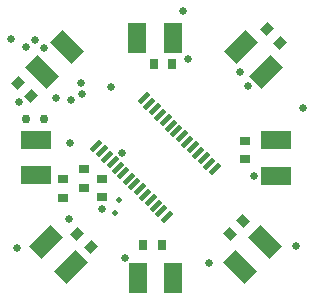
<source format=gts>
G04*
G04 #@! TF.GenerationSoftware,Altium Limited,Altium Designer,18.1.9 (240)*
G04*
G04 Layer_Color=33789*
%FSLAX24Y24*%
%MOIN*%
G70*
G01*
G75*
%ADD17R,0.0350X0.0310*%
G04:AMPARAMS|DCode=18|XSize=31mil|YSize=35mil|CornerRadius=0mil|HoleSize=0mil|Usage=FLASHONLY|Rotation=135.000|XOffset=0mil|YOffset=0mil|HoleType=Round|Shape=Rectangle|*
%AMROTATEDRECTD18*
4,1,4,0.0233,0.0014,-0.0014,-0.0233,-0.0233,-0.0014,0.0014,0.0233,0.0233,0.0014,0.0*
%
%ADD18ROTATEDRECTD18*%

%ADD19R,0.0310X0.0350*%
G04:AMPARAMS|DCode=20|XSize=31mil|YSize=35mil|CornerRadius=0mil|HoleSize=0mil|Usage=FLASHONLY|Rotation=45.000|XOffset=0mil|YOffset=0mil|HoleType=Round|Shape=Rectangle|*
%AMROTATEDRECTD20*
4,1,4,0.0014,-0.0233,-0.0233,0.0014,-0.0014,0.0233,0.0233,-0.0014,0.0014,-0.0233,0.0*
%
%ADD20ROTATEDRECTD20*%

G04:AMPARAMS|DCode=21|XSize=102mil|YSize=59mil|CornerRadius=0mil|HoleSize=0mil|Usage=FLASHONLY|Rotation=315.000|XOffset=0mil|YOffset=0mil|HoleType=Round|Shape=Rectangle|*
%AMROTATEDRECTD21*
4,1,4,-0.0569,0.0152,-0.0152,0.0569,0.0569,-0.0152,0.0152,-0.0569,-0.0569,0.0152,0.0*
%
%ADD21ROTATEDRECTD21*%

%ADD22R,0.1020X0.0590*%
G04:AMPARAMS|DCode=23|XSize=102mil|YSize=59mil|CornerRadius=0mil|HoleSize=0mil|Usage=FLASHONLY|Rotation=45.000|XOffset=0mil|YOffset=0mil|HoleType=Round|Shape=Rectangle|*
%AMROTATEDRECTD23*
4,1,4,-0.0152,-0.0569,-0.0569,-0.0152,0.0152,0.0569,0.0569,0.0152,-0.0152,-0.0569,0.0*
%
%ADD23ROTATEDRECTD23*%

%ADD24R,0.0590X0.1020*%
G04:AMPARAMS|DCode=25|XSize=15.7mil|YSize=43.3mil|CornerRadius=0mil|HoleSize=0mil|Usage=FLASHONLY|Rotation=315.000|XOffset=0mil|YOffset=0mil|HoleType=Round|Shape=Rectangle|*
%AMROTATEDRECTD25*
4,1,4,-0.0209,-0.0097,0.0097,0.0209,0.0209,0.0097,-0.0097,-0.0209,-0.0209,-0.0097,0.0*
%
%ADD25ROTATEDRECTD25*%

%ADD26C,0.0197*%
%ADD27C,0.0300*%
%ADD28C,0.0260*%
D17*
X3470Y3910D02*
D03*
X3470Y4530D02*
D03*
X2850Y4240D02*
D03*
X2850Y4860D02*
D03*
X2160Y4520D02*
D03*
X2160Y3900D02*
D03*
X8230Y5800D02*
D03*
X8230Y5180D02*
D03*
D18*
X651Y7719D02*
D03*
X1089Y7281D02*
D03*
X2641Y2699D02*
D03*
X3079Y2261D02*
D03*
X8951Y9509D02*
D03*
X9389Y9071D02*
D03*
D19*
X5450Y2320D02*
D03*
X4830Y2320D02*
D03*
X5180Y8360D02*
D03*
X5800Y8360D02*
D03*
D20*
X7721Y2681D02*
D03*
X8159Y3119D02*
D03*
D21*
X2287Y8917D02*
D03*
X1453Y8083D02*
D03*
X8073Y1583D02*
D03*
X8907Y2417D02*
D03*
D22*
X1250Y5830D02*
D03*
Y4650D02*
D03*
X9250Y4640D02*
D03*
Y5820D02*
D03*
D23*
X1583Y2427D02*
D03*
X2417Y1593D02*
D03*
X8917Y8083D02*
D03*
X8083Y8917D02*
D03*
D24*
X4660Y1240D02*
D03*
X5840D02*
D03*
X5820Y9240D02*
D03*
X4640D02*
D03*
D25*
X3270Y5623D02*
D03*
X3451Y5442D02*
D03*
X3632Y5261D02*
D03*
X3813Y5080D02*
D03*
X3994Y4899D02*
D03*
X4175Y4718D02*
D03*
X4356Y4537D02*
D03*
X4537Y4356D02*
D03*
X4718Y4175D02*
D03*
X4899Y3994D02*
D03*
X5080Y3813D02*
D03*
X5261Y3632D02*
D03*
X5442Y3451D02*
D03*
X5623Y3270D02*
D03*
X4857Y7210D02*
D03*
X5038Y7029D02*
D03*
X5219Y6848D02*
D03*
X5400Y6667D02*
D03*
X5581Y6486D02*
D03*
X5762Y6305D02*
D03*
X5943Y6124D02*
D03*
X6124Y5943D02*
D03*
X6305Y5762D02*
D03*
X6486Y5581D02*
D03*
X6667Y5400D02*
D03*
X6848Y5219D02*
D03*
X7029Y5038D02*
D03*
X7210Y4857D02*
D03*
D26*
X4010Y3829D02*
D03*
X3880Y3390D02*
D03*
D27*
X1530Y6540D02*
D03*
X930D02*
D03*
D28*
X4120Y5387D02*
D03*
X1520Y8890D02*
D03*
X440Y9200D02*
D03*
X2786Y7356D02*
D03*
X2440Y7170D02*
D03*
X2750Y7725D02*
D03*
X3750Y7590D02*
D03*
X620Y2240D02*
D03*
X9910Y2280D02*
D03*
X3460Y3530D02*
D03*
X6170Y10140D02*
D03*
X8330Y7620D02*
D03*
X2357Y3201D02*
D03*
X690Y7096D02*
D03*
X940Y8910D02*
D03*
X1940Y7220D02*
D03*
X2380Y5710D02*
D03*
X1220Y9170D02*
D03*
X10170Y6900D02*
D03*
X4230Y1890D02*
D03*
X7029Y1730D02*
D03*
X8520Y4640D02*
D03*
X6320Y8530D02*
D03*
X8060Y8095D02*
D03*
M02*

</source>
